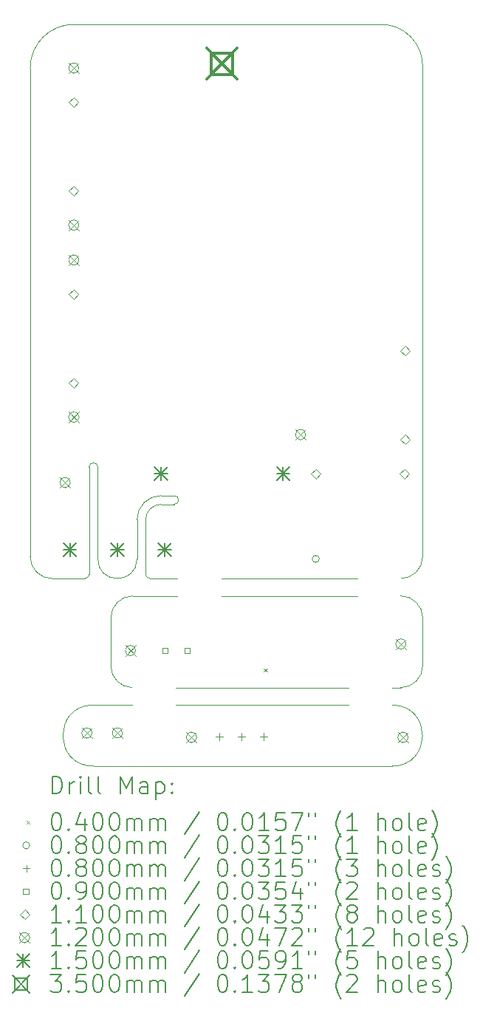
<source format=gbr>
%FSLAX45Y45*%
G04 Gerber Fmt 4.5, Leading zero omitted, Abs format (unit mm)*
G04 Created by KiCad (PCBNEW (6.0.2)) date 2022-08-02 15:31:20*
%MOMM*%
%LPD*%
G01*
G04 APERTURE LIST*
%TA.AperFunction,Profile*%
%ADD10C,0.100000*%
%TD*%
%ADD11C,0.200000*%
%ADD12C,0.040000*%
%ADD13C,0.080000*%
%ADD14C,0.090000*%
%ADD15C,0.110000*%
%ADD16C,0.120000*%
%ADD17C,0.150000*%
%ADD18C,0.350000*%
G04 APERTURE END LIST*
D10*
X14500000Y-10500000D02*
X14500000Y-16100000D01*
X12190000Y-16550000D02*
X13750000Y-16550000D01*
X10500000Y-10000000D02*
G75*
G03*
X10000000Y-10500000I0J-500000D01*
G01*
X10775000Y-16125000D02*
X10775000Y-15075000D01*
X10625000Y-16350000D02*
G75*
G03*
X10675000Y-16300000I0J50000D01*
G01*
X10000000Y-16100000D02*
X10000000Y-10500000D01*
X11650000Y-15500000D02*
G75*
G03*
X11650000Y-15400000I0J50000D01*
G01*
X10925000Y-17350000D02*
X10925000Y-16800000D01*
X11690000Y-16350000D02*
X11375000Y-16350000D01*
X11500000Y-15500000D02*
X11650000Y-15500000D01*
X11670000Y-17800000D02*
X13650000Y-17800000D01*
X10925000Y-17350000D02*
G75*
G03*
X11170000Y-17600000I250051J0D01*
G01*
X11690000Y-16550000D02*
X11175000Y-16550000D01*
X10725000Y-17800000D02*
G75*
G03*
X10725000Y-18500000I0J-350000D01*
G01*
X13650000Y-17600000D02*
X11670000Y-17600000D01*
X11325000Y-16300000D02*
G75*
G03*
X11375000Y-16350000I50000J0D01*
G01*
X11325000Y-16300000D02*
X11325000Y-15800000D01*
X13750000Y-16350000D02*
X12190000Y-16350000D01*
X11170000Y-17800000D02*
X10725000Y-17800000D01*
X14250000Y-16350000D02*
G75*
G03*
X14500000Y-16100000I0J250000D01*
G01*
X14500000Y-10500000D02*
G75*
G03*
X14000000Y-10000000I-476686J23314D01*
G01*
X11500000Y-15500000D02*
G75*
G03*
X11325000Y-15675000I0J-175000D01*
G01*
X11175000Y-16550000D02*
G75*
G03*
X10925000Y-16800000I0J-250000D01*
G01*
X14250000Y-17600000D02*
G75*
G03*
X14500000Y-17350000I0J250000D01*
G01*
X14500000Y-16800000D02*
G75*
G03*
X14250000Y-16550000I-250000J0D01*
G01*
X11225000Y-16125000D02*
X11225000Y-15675000D01*
X11650000Y-15400000D02*
X11500000Y-15400000D01*
X10500000Y-10000000D02*
X14000000Y-10000000D01*
X14500000Y-16800000D02*
X14500000Y-17350000D01*
X10000000Y-16100000D02*
G75*
G03*
X10250000Y-16350000I250000J0D01*
G01*
X11325000Y-15675000D02*
X11325000Y-15800000D01*
X10675000Y-15075000D02*
X10675000Y-16300000D01*
X10775000Y-15075000D02*
G75*
G03*
X10675000Y-15075000I-50000J0D01*
G01*
X10250000Y-16350000D02*
X10625000Y-16350000D01*
X10775000Y-16125000D02*
G75*
G03*
X11225000Y-16125000I225000J0D01*
G01*
X10725000Y-18500000D02*
X14148500Y-18500000D01*
X14148500Y-18500000D02*
G75*
G03*
X14150000Y-17800000I0J350002D01*
G01*
X11500000Y-15400000D02*
G75*
G03*
X11225000Y-15675000I0J-275000D01*
G01*
X14250000Y-17600000D02*
X14150000Y-17600000D01*
D11*
D12*
X12680000Y-17380000D02*
X12720000Y-17420000D01*
X12720000Y-17380000D02*
X12680000Y-17420000D01*
D13*
X13315000Y-16125000D02*
G75*
G03*
X13315000Y-16125000I-40000J0D01*
G01*
X12169500Y-18122500D02*
X12169500Y-18202500D01*
X12129500Y-18162500D02*
X12209500Y-18162500D01*
X12423500Y-18122500D02*
X12423500Y-18202500D01*
X12383500Y-18162500D02*
X12463500Y-18162500D01*
X12677500Y-18122500D02*
X12677500Y-18202500D01*
X12637500Y-18162500D02*
X12717500Y-18162500D01*
D14*
X11579320Y-17206820D02*
X11579320Y-17143180D01*
X11515680Y-17143180D01*
X11515680Y-17206820D01*
X11579320Y-17206820D01*
X11833320Y-17206820D02*
X11833320Y-17143180D01*
X11769680Y-17143180D01*
X11769680Y-17206820D01*
X11833320Y-17206820D01*
D15*
X10500000Y-10947000D02*
X10555000Y-10892000D01*
X10500000Y-10837000D01*
X10445000Y-10892000D01*
X10500000Y-10947000D01*
X10500000Y-11963000D02*
X10555000Y-11908000D01*
X10500000Y-11853000D01*
X10445000Y-11908000D01*
X10500000Y-11963000D01*
X10500000Y-13147000D02*
X10555000Y-13092000D01*
X10500000Y-13037000D01*
X10445000Y-13092000D01*
X10500000Y-13147000D01*
X10500000Y-14163000D02*
X10555000Y-14108000D01*
X10500000Y-14053000D01*
X10445000Y-14108000D01*
X10500000Y-14163000D01*
X13275000Y-15205000D02*
X13330000Y-15150000D01*
X13275000Y-15095000D01*
X13220000Y-15150000D01*
X13275000Y-15205000D01*
X14291000Y-15205000D02*
X14346000Y-15150000D01*
X14291000Y-15095000D01*
X14236000Y-15150000D01*
X14291000Y-15205000D01*
X14300000Y-13797000D02*
X14355000Y-13742000D01*
X14300000Y-13687000D01*
X14245000Y-13742000D01*
X14300000Y-13797000D01*
X14300000Y-14813000D02*
X14355000Y-14758000D01*
X14300000Y-14703000D01*
X14245000Y-14758000D01*
X14300000Y-14813000D01*
D16*
X10340000Y-15190000D02*
X10460000Y-15310000D01*
X10460000Y-15190000D02*
X10340000Y-15310000D01*
X10460000Y-15250000D02*
G75*
G03*
X10460000Y-15250000I-60000J0D01*
G01*
X10440000Y-10440000D02*
X10560000Y-10560000D01*
X10560000Y-10440000D02*
X10440000Y-10560000D01*
X10560000Y-10500000D02*
G75*
G03*
X10560000Y-10500000I-60000J0D01*
G01*
X10440000Y-12240000D02*
X10560000Y-12360000D01*
X10560000Y-12240000D02*
X10440000Y-12360000D01*
X10560000Y-12300000D02*
G75*
G03*
X10560000Y-12300000I-60000J0D01*
G01*
X10440000Y-12640000D02*
X10560000Y-12760000D01*
X10560000Y-12640000D02*
X10440000Y-12760000D01*
X10560000Y-12700000D02*
G75*
G03*
X10560000Y-12700000I-60000J0D01*
G01*
X10440000Y-14440000D02*
X10560000Y-14560000D01*
X10560000Y-14440000D02*
X10440000Y-14560000D01*
X10560000Y-14500000D02*
G75*
G03*
X10560000Y-14500000I-60000J0D01*
G01*
X10590000Y-18060000D02*
X10710000Y-18180000D01*
X10710000Y-18060000D02*
X10590000Y-18180000D01*
X10710000Y-18120000D02*
G75*
G03*
X10710000Y-18120000I-60000J0D01*
G01*
X10940000Y-18060000D02*
X11060000Y-18180000D01*
X11060000Y-18060000D02*
X10940000Y-18180000D01*
X11060000Y-18120000D02*
G75*
G03*
X11060000Y-18120000I-60000J0D01*
G01*
X11090000Y-17115000D02*
X11210000Y-17235000D01*
X11210000Y-17115000D02*
X11090000Y-17235000D01*
X11210000Y-17175000D02*
G75*
G03*
X11210000Y-17175000I-60000J0D01*
G01*
X11790000Y-18110000D02*
X11910000Y-18230000D01*
X11910000Y-18110000D02*
X11790000Y-18230000D01*
X11910000Y-18170000D02*
G75*
G03*
X11910000Y-18170000I-60000J0D01*
G01*
X13040000Y-14640000D02*
X13160000Y-14760000D01*
X13160000Y-14640000D02*
X13040000Y-14760000D01*
X13160000Y-14700000D02*
G75*
G03*
X13160000Y-14700000I-60000J0D01*
G01*
X14190000Y-17040000D02*
X14310000Y-17160000D01*
X14310000Y-17040000D02*
X14190000Y-17160000D01*
X14310000Y-17100000D02*
G75*
G03*
X14310000Y-17100000I-60000J0D01*
G01*
X14213500Y-18110000D02*
X14333500Y-18230000D01*
X14333500Y-18110000D02*
X14213500Y-18230000D01*
X14333500Y-18170000D02*
G75*
G03*
X14333500Y-18170000I-60000J0D01*
G01*
D17*
X10380000Y-15943000D02*
X10530000Y-16093000D01*
X10530000Y-15943000D02*
X10380000Y-16093000D01*
X10455000Y-15943000D02*
X10455000Y-16093000D01*
X10380000Y-16018000D02*
X10530000Y-16018000D01*
X10925000Y-15943000D02*
X11075000Y-16093000D01*
X11075000Y-15943000D02*
X10925000Y-16093000D01*
X11000000Y-15943000D02*
X11000000Y-16093000D01*
X10925000Y-16018000D02*
X11075000Y-16018000D01*
X11425000Y-15075000D02*
X11575000Y-15225000D01*
X11575000Y-15075000D02*
X11425000Y-15225000D01*
X11500000Y-15075000D02*
X11500000Y-15225000D01*
X11425000Y-15150000D02*
X11575000Y-15150000D01*
X11470000Y-15943000D02*
X11620000Y-16093000D01*
X11620000Y-15943000D02*
X11470000Y-16093000D01*
X11545000Y-15943000D02*
X11545000Y-16093000D01*
X11470000Y-16018000D02*
X11620000Y-16018000D01*
X12825000Y-15075000D02*
X12975000Y-15225000D01*
X12975000Y-15075000D02*
X12825000Y-15225000D01*
X12900000Y-15075000D02*
X12900000Y-15225000D01*
X12825000Y-15150000D02*
X12975000Y-15150000D01*
D18*
X12025000Y-10275000D02*
X12375000Y-10625000D01*
X12375000Y-10275000D02*
X12025000Y-10625000D01*
X12323745Y-10573745D02*
X12323745Y-10326255D01*
X12076255Y-10326255D01*
X12076255Y-10573745D01*
X12323745Y-10573745D01*
X12025000Y-10275000D02*
X12375000Y-10625000D01*
X12375000Y-10275000D02*
X12025000Y-10625000D01*
X12323745Y-10573745D02*
X12323745Y-10326255D01*
X12076255Y-10326255D01*
X12076255Y-10573745D01*
X12323745Y-10573745D01*
D11*
X10252619Y-18815476D02*
X10252619Y-18615476D01*
X10300238Y-18615476D01*
X10328810Y-18625000D01*
X10347857Y-18644048D01*
X10357381Y-18663095D01*
X10366905Y-18701190D01*
X10366905Y-18729762D01*
X10357381Y-18767857D01*
X10347857Y-18786905D01*
X10328810Y-18805952D01*
X10300238Y-18815476D01*
X10252619Y-18815476D01*
X10452619Y-18815476D02*
X10452619Y-18682143D01*
X10452619Y-18720238D02*
X10462143Y-18701190D01*
X10471667Y-18691667D01*
X10490714Y-18682143D01*
X10509762Y-18682143D01*
X10576429Y-18815476D02*
X10576429Y-18682143D01*
X10576429Y-18615476D02*
X10566905Y-18625000D01*
X10576429Y-18634524D01*
X10585952Y-18625000D01*
X10576429Y-18615476D01*
X10576429Y-18634524D01*
X10700238Y-18815476D02*
X10681190Y-18805952D01*
X10671667Y-18786905D01*
X10671667Y-18615476D01*
X10805000Y-18815476D02*
X10785952Y-18805952D01*
X10776429Y-18786905D01*
X10776429Y-18615476D01*
X11033571Y-18815476D02*
X11033571Y-18615476D01*
X11100238Y-18758333D01*
X11166905Y-18615476D01*
X11166905Y-18815476D01*
X11347857Y-18815476D02*
X11347857Y-18710714D01*
X11338333Y-18691667D01*
X11319286Y-18682143D01*
X11281190Y-18682143D01*
X11262143Y-18691667D01*
X11347857Y-18805952D02*
X11328809Y-18815476D01*
X11281190Y-18815476D01*
X11262143Y-18805952D01*
X11252619Y-18786905D01*
X11252619Y-18767857D01*
X11262143Y-18748810D01*
X11281190Y-18739286D01*
X11328809Y-18739286D01*
X11347857Y-18729762D01*
X11443095Y-18682143D02*
X11443095Y-18882143D01*
X11443095Y-18691667D02*
X11462143Y-18682143D01*
X11500238Y-18682143D01*
X11519286Y-18691667D01*
X11528809Y-18701190D01*
X11538333Y-18720238D01*
X11538333Y-18777381D01*
X11528809Y-18796429D01*
X11519286Y-18805952D01*
X11500238Y-18815476D01*
X11462143Y-18815476D01*
X11443095Y-18805952D01*
X11624048Y-18796429D02*
X11633571Y-18805952D01*
X11624048Y-18815476D01*
X11614524Y-18805952D01*
X11624048Y-18796429D01*
X11624048Y-18815476D01*
X11624048Y-18691667D02*
X11633571Y-18701190D01*
X11624048Y-18710714D01*
X11614524Y-18701190D01*
X11624048Y-18691667D01*
X11624048Y-18710714D01*
D12*
X9955000Y-19125000D02*
X9995000Y-19165000D01*
X9995000Y-19125000D02*
X9955000Y-19165000D01*
D11*
X10290714Y-19035476D02*
X10309762Y-19035476D01*
X10328810Y-19045000D01*
X10338333Y-19054524D01*
X10347857Y-19073571D01*
X10357381Y-19111667D01*
X10357381Y-19159286D01*
X10347857Y-19197381D01*
X10338333Y-19216429D01*
X10328810Y-19225952D01*
X10309762Y-19235476D01*
X10290714Y-19235476D01*
X10271667Y-19225952D01*
X10262143Y-19216429D01*
X10252619Y-19197381D01*
X10243095Y-19159286D01*
X10243095Y-19111667D01*
X10252619Y-19073571D01*
X10262143Y-19054524D01*
X10271667Y-19045000D01*
X10290714Y-19035476D01*
X10443095Y-19216429D02*
X10452619Y-19225952D01*
X10443095Y-19235476D01*
X10433571Y-19225952D01*
X10443095Y-19216429D01*
X10443095Y-19235476D01*
X10624048Y-19102143D02*
X10624048Y-19235476D01*
X10576429Y-19025952D02*
X10528810Y-19168810D01*
X10652619Y-19168810D01*
X10766905Y-19035476D02*
X10785952Y-19035476D01*
X10805000Y-19045000D01*
X10814524Y-19054524D01*
X10824048Y-19073571D01*
X10833571Y-19111667D01*
X10833571Y-19159286D01*
X10824048Y-19197381D01*
X10814524Y-19216429D01*
X10805000Y-19225952D01*
X10785952Y-19235476D01*
X10766905Y-19235476D01*
X10747857Y-19225952D01*
X10738333Y-19216429D01*
X10728810Y-19197381D01*
X10719286Y-19159286D01*
X10719286Y-19111667D01*
X10728810Y-19073571D01*
X10738333Y-19054524D01*
X10747857Y-19045000D01*
X10766905Y-19035476D01*
X10957381Y-19035476D02*
X10976429Y-19035476D01*
X10995476Y-19045000D01*
X11005000Y-19054524D01*
X11014524Y-19073571D01*
X11024048Y-19111667D01*
X11024048Y-19159286D01*
X11014524Y-19197381D01*
X11005000Y-19216429D01*
X10995476Y-19225952D01*
X10976429Y-19235476D01*
X10957381Y-19235476D01*
X10938333Y-19225952D01*
X10928810Y-19216429D01*
X10919286Y-19197381D01*
X10909762Y-19159286D01*
X10909762Y-19111667D01*
X10919286Y-19073571D01*
X10928810Y-19054524D01*
X10938333Y-19045000D01*
X10957381Y-19035476D01*
X11109762Y-19235476D02*
X11109762Y-19102143D01*
X11109762Y-19121190D02*
X11119286Y-19111667D01*
X11138333Y-19102143D01*
X11166905Y-19102143D01*
X11185952Y-19111667D01*
X11195476Y-19130714D01*
X11195476Y-19235476D01*
X11195476Y-19130714D02*
X11205000Y-19111667D01*
X11224048Y-19102143D01*
X11252619Y-19102143D01*
X11271667Y-19111667D01*
X11281190Y-19130714D01*
X11281190Y-19235476D01*
X11376428Y-19235476D02*
X11376428Y-19102143D01*
X11376428Y-19121190D02*
X11385952Y-19111667D01*
X11405000Y-19102143D01*
X11433571Y-19102143D01*
X11452619Y-19111667D01*
X11462143Y-19130714D01*
X11462143Y-19235476D01*
X11462143Y-19130714D02*
X11471667Y-19111667D01*
X11490714Y-19102143D01*
X11519286Y-19102143D01*
X11538333Y-19111667D01*
X11547857Y-19130714D01*
X11547857Y-19235476D01*
X11938333Y-19025952D02*
X11766905Y-19283095D01*
X12195476Y-19035476D02*
X12214524Y-19035476D01*
X12233571Y-19045000D01*
X12243095Y-19054524D01*
X12252619Y-19073571D01*
X12262143Y-19111667D01*
X12262143Y-19159286D01*
X12252619Y-19197381D01*
X12243095Y-19216429D01*
X12233571Y-19225952D01*
X12214524Y-19235476D01*
X12195476Y-19235476D01*
X12176428Y-19225952D01*
X12166905Y-19216429D01*
X12157381Y-19197381D01*
X12147857Y-19159286D01*
X12147857Y-19111667D01*
X12157381Y-19073571D01*
X12166905Y-19054524D01*
X12176428Y-19045000D01*
X12195476Y-19035476D01*
X12347857Y-19216429D02*
X12357381Y-19225952D01*
X12347857Y-19235476D01*
X12338333Y-19225952D01*
X12347857Y-19216429D01*
X12347857Y-19235476D01*
X12481190Y-19035476D02*
X12500238Y-19035476D01*
X12519286Y-19045000D01*
X12528809Y-19054524D01*
X12538333Y-19073571D01*
X12547857Y-19111667D01*
X12547857Y-19159286D01*
X12538333Y-19197381D01*
X12528809Y-19216429D01*
X12519286Y-19225952D01*
X12500238Y-19235476D01*
X12481190Y-19235476D01*
X12462143Y-19225952D01*
X12452619Y-19216429D01*
X12443095Y-19197381D01*
X12433571Y-19159286D01*
X12433571Y-19111667D01*
X12443095Y-19073571D01*
X12452619Y-19054524D01*
X12462143Y-19045000D01*
X12481190Y-19035476D01*
X12738333Y-19235476D02*
X12624048Y-19235476D01*
X12681190Y-19235476D02*
X12681190Y-19035476D01*
X12662143Y-19064048D01*
X12643095Y-19083095D01*
X12624048Y-19092619D01*
X12919286Y-19035476D02*
X12824048Y-19035476D01*
X12814524Y-19130714D01*
X12824048Y-19121190D01*
X12843095Y-19111667D01*
X12890714Y-19111667D01*
X12909762Y-19121190D01*
X12919286Y-19130714D01*
X12928809Y-19149762D01*
X12928809Y-19197381D01*
X12919286Y-19216429D01*
X12909762Y-19225952D01*
X12890714Y-19235476D01*
X12843095Y-19235476D01*
X12824048Y-19225952D01*
X12814524Y-19216429D01*
X12995476Y-19035476D02*
X13128809Y-19035476D01*
X13043095Y-19235476D01*
X13195476Y-19035476D02*
X13195476Y-19073571D01*
X13271667Y-19035476D02*
X13271667Y-19073571D01*
X13566905Y-19311667D02*
X13557381Y-19302143D01*
X13538333Y-19273571D01*
X13528809Y-19254524D01*
X13519286Y-19225952D01*
X13509762Y-19178333D01*
X13509762Y-19140238D01*
X13519286Y-19092619D01*
X13528809Y-19064048D01*
X13538333Y-19045000D01*
X13557381Y-19016429D01*
X13566905Y-19006905D01*
X13747857Y-19235476D02*
X13633571Y-19235476D01*
X13690714Y-19235476D02*
X13690714Y-19035476D01*
X13671667Y-19064048D01*
X13652619Y-19083095D01*
X13633571Y-19092619D01*
X13985952Y-19235476D02*
X13985952Y-19035476D01*
X14071667Y-19235476D02*
X14071667Y-19130714D01*
X14062143Y-19111667D01*
X14043095Y-19102143D01*
X14014524Y-19102143D01*
X13995476Y-19111667D01*
X13985952Y-19121190D01*
X14195476Y-19235476D02*
X14176428Y-19225952D01*
X14166905Y-19216429D01*
X14157381Y-19197381D01*
X14157381Y-19140238D01*
X14166905Y-19121190D01*
X14176428Y-19111667D01*
X14195476Y-19102143D01*
X14224048Y-19102143D01*
X14243095Y-19111667D01*
X14252619Y-19121190D01*
X14262143Y-19140238D01*
X14262143Y-19197381D01*
X14252619Y-19216429D01*
X14243095Y-19225952D01*
X14224048Y-19235476D01*
X14195476Y-19235476D01*
X14376428Y-19235476D02*
X14357381Y-19225952D01*
X14347857Y-19206905D01*
X14347857Y-19035476D01*
X14528809Y-19225952D02*
X14509762Y-19235476D01*
X14471667Y-19235476D01*
X14452619Y-19225952D01*
X14443095Y-19206905D01*
X14443095Y-19130714D01*
X14452619Y-19111667D01*
X14471667Y-19102143D01*
X14509762Y-19102143D01*
X14528809Y-19111667D01*
X14538333Y-19130714D01*
X14538333Y-19149762D01*
X14443095Y-19168810D01*
X14605000Y-19311667D02*
X14614524Y-19302143D01*
X14633571Y-19273571D01*
X14643095Y-19254524D01*
X14652619Y-19225952D01*
X14662143Y-19178333D01*
X14662143Y-19140238D01*
X14652619Y-19092619D01*
X14643095Y-19064048D01*
X14633571Y-19045000D01*
X14614524Y-19016429D01*
X14605000Y-19006905D01*
D13*
X9995000Y-19409000D02*
G75*
G03*
X9995000Y-19409000I-40000J0D01*
G01*
D11*
X10290714Y-19299476D02*
X10309762Y-19299476D01*
X10328810Y-19309000D01*
X10338333Y-19318524D01*
X10347857Y-19337571D01*
X10357381Y-19375667D01*
X10357381Y-19423286D01*
X10347857Y-19461381D01*
X10338333Y-19480429D01*
X10328810Y-19489952D01*
X10309762Y-19499476D01*
X10290714Y-19499476D01*
X10271667Y-19489952D01*
X10262143Y-19480429D01*
X10252619Y-19461381D01*
X10243095Y-19423286D01*
X10243095Y-19375667D01*
X10252619Y-19337571D01*
X10262143Y-19318524D01*
X10271667Y-19309000D01*
X10290714Y-19299476D01*
X10443095Y-19480429D02*
X10452619Y-19489952D01*
X10443095Y-19499476D01*
X10433571Y-19489952D01*
X10443095Y-19480429D01*
X10443095Y-19499476D01*
X10566905Y-19385190D02*
X10547857Y-19375667D01*
X10538333Y-19366143D01*
X10528810Y-19347095D01*
X10528810Y-19337571D01*
X10538333Y-19318524D01*
X10547857Y-19309000D01*
X10566905Y-19299476D01*
X10605000Y-19299476D01*
X10624048Y-19309000D01*
X10633571Y-19318524D01*
X10643095Y-19337571D01*
X10643095Y-19347095D01*
X10633571Y-19366143D01*
X10624048Y-19375667D01*
X10605000Y-19385190D01*
X10566905Y-19385190D01*
X10547857Y-19394714D01*
X10538333Y-19404238D01*
X10528810Y-19423286D01*
X10528810Y-19461381D01*
X10538333Y-19480429D01*
X10547857Y-19489952D01*
X10566905Y-19499476D01*
X10605000Y-19499476D01*
X10624048Y-19489952D01*
X10633571Y-19480429D01*
X10643095Y-19461381D01*
X10643095Y-19423286D01*
X10633571Y-19404238D01*
X10624048Y-19394714D01*
X10605000Y-19385190D01*
X10766905Y-19299476D02*
X10785952Y-19299476D01*
X10805000Y-19309000D01*
X10814524Y-19318524D01*
X10824048Y-19337571D01*
X10833571Y-19375667D01*
X10833571Y-19423286D01*
X10824048Y-19461381D01*
X10814524Y-19480429D01*
X10805000Y-19489952D01*
X10785952Y-19499476D01*
X10766905Y-19499476D01*
X10747857Y-19489952D01*
X10738333Y-19480429D01*
X10728810Y-19461381D01*
X10719286Y-19423286D01*
X10719286Y-19375667D01*
X10728810Y-19337571D01*
X10738333Y-19318524D01*
X10747857Y-19309000D01*
X10766905Y-19299476D01*
X10957381Y-19299476D02*
X10976429Y-19299476D01*
X10995476Y-19309000D01*
X11005000Y-19318524D01*
X11014524Y-19337571D01*
X11024048Y-19375667D01*
X11024048Y-19423286D01*
X11014524Y-19461381D01*
X11005000Y-19480429D01*
X10995476Y-19489952D01*
X10976429Y-19499476D01*
X10957381Y-19499476D01*
X10938333Y-19489952D01*
X10928810Y-19480429D01*
X10919286Y-19461381D01*
X10909762Y-19423286D01*
X10909762Y-19375667D01*
X10919286Y-19337571D01*
X10928810Y-19318524D01*
X10938333Y-19309000D01*
X10957381Y-19299476D01*
X11109762Y-19499476D02*
X11109762Y-19366143D01*
X11109762Y-19385190D02*
X11119286Y-19375667D01*
X11138333Y-19366143D01*
X11166905Y-19366143D01*
X11185952Y-19375667D01*
X11195476Y-19394714D01*
X11195476Y-19499476D01*
X11195476Y-19394714D02*
X11205000Y-19375667D01*
X11224048Y-19366143D01*
X11252619Y-19366143D01*
X11271667Y-19375667D01*
X11281190Y-19394714D01*
X11281190Y-19499476D01*
X11376428Y-19499476D02*
X11376428Y-19366143D01*
X11376428Y-19385190D02*
X11385952Y-19375667D01*
X11405000Y-19366143D01*
X11433571Y-19366143D01*
X11452619Y-19375667D01*
X11462143Y-19394714D01*
X11462143Y-19499476D01*
X11462143Y-19394714D02*
X11471667Y-19375667D01*
X11490714Y-19366143D01*
X11519286Y-19366143D01*
X11538333Y-19375667D01*
X11547857Y-19394714D01*
X11547857Y-19499476D01*
X11938333Y-19289952D02*
X11766905Y-19547095D01*
X12195476Y-19299476D02*
X12214524Y-19299476D01*
X12233571Y-19309000D01*
X12243095Y-19318524D01*
X12252619Y-19337571D01*
X12262143Y-19375667D01*
X12262143Y-19423286D01*
X12252619Y-19461381D01*
X12243095Y-19480429D01*
X12233571Y-19489952D01*
X12214524Y-19499476D01*
X12195476Y-19499476D01*
X12176428Y-19489952D01*
X12166905Y-19480429D01*
X12157381Y-19461381D01*
X12147857Y-19423286D01*
X12147857Y-19375667D01*
X12157381Y-19337571D01*
X12166905Y-19318524D01*
X12176428Y-19309000D01*
X12195476Y-19299476D01*
X12347857Y-19480429D02*
X12357381Y-19489952D01*
X12347857Y-19499476D01*
X12338333Y-19489952D01*
X12347857Y-19480429D01*
X12347857Y-19499476D01*
X12481190Y-19299476D02*
X12500238Y-19299476D01*
X12519286Y-19309000D01*
X12528809Y-19318524D01*
X12538333Y-19337571D01*
X12547857Y-19375667D01*
X12547857Y-19423286D01*
X12538333Y-19461381D01*
X12528809Y-19480429D01*
X12519286Y-19489952D01*
X12500238Y-19499476D01*
X12481190Y-19499476D01*
X12462143Y-19489952D01*
X12452619Y-19480429D01*
X12443095Y-19461381D01*
X12433571Y-19423286D01*
X12433571Y-19375667D01*
X12443095Y-19337571D01*
X12452619Y-19318524D01*
X12462143Y-19309000D01*
X12481190Y-19299476D01*
X12614524Y-19299476D02*
X12738333Y-19299476D01*
X12671667Y-19375667D01*
X12700238Y-19375667D01*
X12719286Y-19385190D01*
X12728809Y-19394714D01*
X12738333Y-19413762D01*
X12738333Y-19461381D01*
X12728809Y-19480429D01*
X12719286Y-19489952D01*
X12700238Y-19499476D01*
X12643095Y-19499476D01*
X12624048Y-19489952D01*
X12614524Y-19480429D01*
X12928809Y-19499476D02*
X12814524Y-19499476D01*
X12871667Y-19499476D02*
X12871667Y-19299476D01*
X12852619Y-19328048D01*
X12833571Y-19347095D01*
X12814524Y-19356619D01*
X13109762Y-19299476D02*
X13014524Y-19299476D01*
X13005000Y-19394714D01*
X13014524Y-19385190D01*
X13033571Y-19375667D01*
X13081190Y-19375667D01*
X13100238Y-19385190D01*
X13109762Y-19394714D01*
X13119286Y-19413762D01*
X13119286Y-19461381D01*
X13109762Y-19480429D01*
X13100238Y-19489952D01*
X13081190Y-19499476D01*
X13033571Y-19499476D01*
X13014524Y-19489952D01*
X13005000Y-19480429D01*
X13195476Y-19299476D02*
X13195476Y-19337571D01*
X13271667Y-19299476D02*
X13271667Y-19337571D01*
X13566905Y-19575667D02*
X13557381Y-19566143D01*
X13538333Y-19537571D01*
X13528809Y-19518524D01*
X13519286Y-19489952D01*
X13509762Y-19442333D01*
X13509762Y-19404238D01*
X13519286Y-19356619D01*
X13528809Y-19328048D01*
X13538333Y-19309000D01*
X13557381Y-19280429D01*
X13566905Y-19270905D01*
X13747857Y-19499476D02*
X13633571Y-19499476D01*
X13690714Y-19499476D02*
X13690714Y-19299476D01*
X13671667Y-19328048D01*
X13652619Y-19347095D01*
X13633571Y-19356619D01*
X13985952Y-19499476D02*
X13985952Y-19299476D01*
X14071667Y-19499476D02*
X14071667Y-19394714D01*
X14062143Y-19375667D01*
X14043095Y-19366143D01*
X14014524Y-19366143D01*
X13995476Y-19375667D01*
X13985952Y-19385190D01*
X14195476Y-19499476D02*
X14176428Y-19489952D01*
X14166905Y-19480429D01*
X14157381Y-19461381D01*
X14157381Y-19404238D01*
X14166905Y-19385190D01*
X14176428Y-19375667D01*
X14195476Y-19366143D01*
X14224048Y-19366143D01*
X14243095Y-19375667D01*
X14252619Y-19385190D01*
X14262143Y-19404238D01*
X14262143Y-19461381D01*
X14252619Y-19480429D01*
X14243095Y-19489952D01*
X14224048Y-19499476D01*
X14195476Y-19499476D01*
X14376428Y-19499476D02*
X14357381Y-19489952D01*
X14347857Y-19470905D01*
X14347857Y-19299476D01*
X14528809Y-19489952D02*
X14509762Y-19499476D01*
X14471667Y-19499476D01*
X14452619Y-19489952D01*
X14443095Y-19470905D01*
X14443095Y-19394714D01*
X14452619Y-19375667D01*
X14471667Y-19366143D01*
X14509762Y-19366143D01*
X14528809Y-19375667D01*
X14538333Y-19394714D01*
X14538333Y-19413762D01*
X14443095Y-19432810D01*
X14605000Y-19575667D02*
X14614524Y-19566143D01*
X14633571Y-19537571D01*
X14643095Y-19518524D01*
X14652619Y-19489952D01*
X14662143Y-19442333D01*
X14662143Y-19404238D01*
X14652619Y-19356619D01*
X14643095Y-19328048D01*
X14633571Y-19309000D01*
X14614524Y-19280429D01*
X14605000Y-19270905D01*
D13*
X9955000Y-19633000D02*
X9955000Y-19713000D01*
X9915000Y-19673000D02*
X9995000Y-19673000D01*
D11*
X10290714Y-19563476D02*
X10309762Y-19563476D01*
X10328810Y-19573000D01*
X10338333Y-19582524D01*
X10347857Y-19601571D01*
X10357381Y-19639667D01*
X10357381Y-19687286D01*
X10347857Y-19725381D01*
X10338333Y-19744429D01*
X10328810Y-19753952D01*
X10309762Y-19763476D01*
X10290714Y-19763476D01*
X10271667Y-19753952D01*
X10262143Y-19744429D01*
X10252619Y-19725381D01*
X10243095Y-19687286D01*
X10243095Y-19639667D01*
X10252619Y-19601571D01*
X10262143Y-19582524D01*
X10271667Y-19573000D01*
X10290714Y-19563476D01*
X10443095Y-19744429D02*
X10452619Y-19753952D01*
X10443095Y-19763476D01*
X10433571Y-19753952D01*
X10443095Y-19744429D01*
X10443095Y-19763476D01*
X10566905Y-19649190D02*
X10547857Y-19639667D01*
X10538333Y-19630143D01*
X10528810Y-19611095D01*
X10528810Y-19601571D01*
X10538333Y-19582524D01*
X10547857Y-19573000D01*
X10566905Y-19563476D01*
X10605000Y-19563476D01*
X10624048Y-19573000D01*
X10633571Y-19582524D01*
X10643095Y-19601571D01*
X10643095Y-19611095D01*
X10633571Y-19630143D01*
X10624048Y-19639667D01*
X10605000Y-19649190D01*
X10566905Y-19649190D01*
X10547857Y-19658714D01*
X10538333Y-19668238D01*
X10528810Y-19687286D01*
X10528810Y-19725381D01*
X10538333Y-19744429D01*
X10547857Y-19753952D01*
X10566905Y-19763476D01*
X10605000Y-19763476D01*
X10624048Y-19753952D01*
X10633571Y-19744429D01*
X10643095Y-19725381D01*
X10643095Y-19687286D01*
X10633571Y-19668238D01*
X10624048Y-19658714D01*
X10605000Y-19649190D01*
X10766905Y-19563476D02*
X10785952Y-19563476D01*
X10805000Y-19573000D01*
X10814524Y-19582524D01*
X10824048Y-19601571D01*
X10833571Y-19639667D01*
X10833571Y-19687286D01*
X10824048Y-19725381D01*
X10814524Y-19744429D01*
X10805000Y-19753952D01*
X10785952Y-19763476D01*
X10766905Y-19763476D01*
X10747857Y-19753952D01*
X10738333Y-19744429D01*
X10728810Y-19725381D01*
X10719286Y-19687286D01*
X10719286Y-19639667D01*
X10728810Y-19601571D01*
X10738333Y-19582524D01*
X10747857Y-19573000D01*
X10766905Y-19563476D01*
X10957381Y-19563476D02*
X10976429Y-19563476D01*
X10995476Y-19573000D01*
X11005000Y-19582524D01*
X11014524Y-19601571D01*
X11024048Y-19639667D01*
X11024048Y-19687286D01*
X11014524Y-19725381D01*
X11005000Y-19744429D01*
X10995476Y-19753952D01*
X10976429Y-19763476D01*
X10957381Y-19763476D01*
X10938333Y-19753952D01*
X10928810Y-19744429D01*
X10919286Y-19725381D01*
X10909762Y-19687286D01*
X10909762Y-19639667D01*
X10919286Y-19601571D01*
X10928810Y-19582524D01*
X10938333Y-19573000D01*
X10957381Y-19563476D01*
X11109762Y-19763476D02*
X11109762Y-19630143D01*
X11109762Y-19649190D02*
X11119286Y-19639667D01*
X11138333Y-19630143D01*
X11166905Y-19630143D01*
X11185952Y-19639667D01*
X11195476Y-19658714D01*
X11195476Y-19763476D01*
X11195476Y-19658714D02*
X11205000Y-19639667D01*
X11224048Y-19630143D01*
X11252619Y-19630143D01*
X11271667Y-19639667D01*
X11281190Y-19658714D01*
X11281190Y-19763476D01*
X11376428Y-19763476D02*
X11376428Y-19630143D01*
X11376428Y-19649190D02*
X11385952Y-19639667D01*
X11405000Y-19630143D01*
X11433571Y-19630143D01*
X11452619Y-19639667D01*
X11462143Y-19658714D01*
X11462143Y-19763476D01*
X11462143Y-19658714D02*
X11471667Y-19639667D01*
X11490714Y-19630143D01*
X11519286Y-19630143D01*
X11538333Y-19639667D01*
X11547857Y-19658714D01*
X11547857Y-19763476D01*
X11938333Y-19553952D02*
X11766905Y-19811095D01*
X12195476Y-19563476D02*
X12214524Y-19563476D01*
X12233571Y-19573000D01*
X12243095Y-19582524D01*
X12252619Y-19601571D01*
X12262143Y-19639667D01*
X12262143Y-19687286D01*
X12252619Y-19725381D01*
X12243095Y-19744429D01*
X12233571Y-19753952D01*
X12214524Y-19763476D01*
X12195476Y-19763476D01*
X12176428Y-19753952D01*
X12166905Y-19744429D01*
X12157381Y-19725381D01*
X12147857Y-19687286D01*
X12147857Y-19639667D01*
X12157381Y-19601571D01*
X12166905Y-19582524D01*
X12176428Y-19573000D01*
X12195476Y-19563476D01*
X12347857Y-19744429D02*
X12357381Y-19753952D01*
X12347857Y-19763476D01*
X12338333Y-19753952D01*
X12347857Y-19744429D01*
X12347857Y-19763476D01*
X12481190Y-19563476D02*
X12500238Y-19563476D01*
X12519286Y-19573000D01*
X12528809Y-19582524D01*
X12538333Y-19601571D01*
X12547857Y-19639667D01*
X12547857Y-19687286D01*
X12538333Y-19725381D01*
X12528809Y-19744429D01*
X12519286Y-19753952D01*
X12500238Y-19763476D01*
X12481190Y-19763476D01*
X12462143Y-19753952D01*
X12452619Y-19744429D01*
X12443095Y-19725381D01*
X12433571Y-19687286D01*
X12433571Y-19639667D01*
X12443095Y-19601571D01*
X12452619Y-19582524D01*
X12462143Y-19573000D01*
X12481190Y-19563476D01*
X12614524Y-19563476D02*
X12738333Y-19563476D01*
X12671667Y-19639667D01*
X12700238Y-19639667D01*
X12719286Y-19649190D01*
X12728809Y-19658714D01*
X12738333Y-19677762D01*
X12738333Y-19725381D01*
X12728809Y-19744429D01*
X12719286Y-19753952D01*
X12700238Y-19763476D01*
X12643095Y-19763476D01*
X12624048Y-19753952D01*
X12614524Y-19744429D01*
X12928809Y-19763476D02*
X12814524Y-19763476D01*
X12871667Y-19763476D02*
X12871667Y-19563476D01*
X12852619Y-19592048D01*
X12833571Y-19611095D01*
X12814524Y-19620619D01*
X13109762Y-19563476D02*
X13014524Y-19563476D01*
X13005000Y-19658714D01*
X13014524Y-19649190D01*
X13033571Y-19639667D01*
X13081190Y-19639667D01*
X13100238Y-19649190D01*
X13109762Y-19658714D01*
X13119286Y-19677762D01*
X13119286Y-19725381D01*
X13109762Y-19744429D01*
X13100238Y-19753952D01*
X13081190Y-19763476D01*
X13033571Y-19763476D01*
X13014524Y-19753952D01*
X13005000Y-19744429D01*
X13195476Y-19563476D02*
X13195476Y-19601571D01*
X13271667Y-19563476D02*
X13271667Y-19601571D01*
X13566905Y-19839667D02*
X13557381Y-19830143D01*
X13538333Y-19801571D01*
X13528809Y-19782524D01*
X13519286Y-19753952D01*
X13509762Y-19706333D01*
X13509762Y-19668238D01*
X13519286Y-19620619D01*
X13528809Y-19592048D01*
X13538333Y-19573000D01*
X13557381Y-19544429D01*
X13566905Y-19534905D01*
X13624048Y-19563476D02*
X13747857Y-19563476D01*
X13681190Y-19639667D01*
X13709762Y-19639667D01*
X13728809Y-19649190D01*
X13738333Y-19658714D01*
X13747857Y-19677762D01*
X13747857Y-19725381D01*
X13738333Y-19744429D01*
X13728809Y-19753952D01*
X13709762Y-19763476D01*
X13652619Y-19763476D01*
X13633571Y-19753952D01*
X13624048Y-19744429D01*
X13985952Y-19763476D02*
X13985952Y-19563476D01*
X14071667Y-19763476D02*
X14071667Y-19658714D01*
X14062143Y-19639667D01*
X14043095Y-19630143D01*
X14014524Y-19630143D01*
X13995476Y-19639667D01*
X13985952Y-19649190D01*
X14195476Y-19763476D02*
X14176428Y-19753952D01*
X14166905Y-19744429D01*
X14157381Y-19725381D01*
X14157381Y-19668238D01*
X14166905Y-19649190D01*
X14176428Y-19639667D01*
X14195476Y-19630143D01*
X14224048Y-19630143D01*
X14243095Y-19639667D01*
X14252619Y-19649190D01*
X14262143Y-19668238D01*
X14262143Y-19725381D01*
X14252619Y-19744429D01*
X14243095Y-19753952D01*
X14224048Y-19763476D01*
X14195476Y-19763476D01*
X14376428Y-19763476D02*
X14357381Y-19753952D01*
X14347857Y-19734905D01*
X14347857Y-19563476D01*
X14528809Y-19753952D02*
X14509762Y-19763476D01*
X14471667Y-19763476D01*
X14452619Y-19753952D01*
X14443095Y-19734905D01*
X14443095Y-19658714D01*
X14452619Y-19639667D01*
X14471667Y-19630143D01*
X14509762Y-19630143D01*
X14528809Y-19639667D01*
X14538333Y-19658714D01*
X14538333Y-19677762D01*
X14443095Y-19696810D01*
X14614524Y-19753952D02*
X14633571Y-19763476D01*
X14671667Y-19763476D01*
X14690714Y-19753952D01*
X14700238Y-19734905D01*
X14700238Y-19725381D01*
X14690714Y-19706333D01*
X14671667Y-19696810D01*
X14643095Y-19696810D01*
X14624048Y-19687286D01*
X14614524Y-19668238D01*
X14614524Y-19658714D01*
X14624048Y-19639667D01*
X14643095Y-19630143D01*
X14671667Y-19630143D01*
X14690714Y-19639667D01*
X14766905Y-19839667D02*
X14776428Y-19830143D01*
X14795476Y-19801571D01*
X14805000Y-19782524D01*
X14814524Y-19753952D01*
X14824048Y-19706333D01*
X14824048Y-19668238D01*
X14814524Y-19620619D01*
X14805000Y-19592048D01*
X14795476Y-19573000D01*
X14776428Y-19544429D01*
X14766905Y-19534905D01*
D14*
X9981820Y-19968820D02*
X9981820Y-19905180D01*
X9918180Y-19905180D01*
X9918180Y-19968820D01*
X9981820Y-19968820D01*
D11*
X10290714Y-19827476D02*
X10309762Y-19827476D01*
X10328810Y-19837000D01*
X10338333Y-19846524D01*
X10347857Y-19865571D01*
X10357381Y-19903667D01*
X10357381Y-19951286D01*
X10347857Y-19989381D01*
X10338333Y-20008429D01*
X10328810Y-20017952D01*
X10309762Y-20027476D01*
X10290714Y-20027476D01*
X10271667Y-20017952D01*
X10262143Y-20008429D01*
X10252619Y-19989381D01*
X10243095Y-19951286D01*
X10243095Y-19903667D01*
X10252619Y-19865571D01*
X10262143Y-19846524D01*
X10271667Y-19837000D01*
X10290714Y-19827476D01*
X10443095Y-20008429D02*
X10452619Y-20017952D01*
X10443095Y-20027476D01*
X10433571Y-20017952D01*
X10443095Y-20008429D01*
X10443095Y-20027476D01*
X10547857Y-20027476D02*
X10585952Y-20027476D01*
X10605000Y-20017952D01*
X10614524Y-20008429D01*
X10633571Y-19979857D01*
X10643095Y-19941762D01*
X10643095Y-19865571D01*
X10633571Y-19846524D01*
X10624048Y-19837000D01*
X10605000Y-19827476D01*
X10566905Y-19827476D01*
X10547857Y-19837000D01*
X10538333Y-19846524D01*
X10528810Y-19865571D01*
X10528810Y-19913190D01*
X10538333Y-19932238D01*
X10547857Y-19941762D01*
X10566905Y-19951286D01*
X10605000Y-19951286D01*
X10624048Y-19941762D01*
X10633571Y-19932238D01*
X10643095Y-19913190D01*
X10766905Y-19827476D02*
X10785952Y-19827476D01*
X10805000Y-19837000D01*
X10814524Y-19846524D01*
X10824048Y-19865571D01*
X10833571Y-19903667D01*
X10833571Y-19951286D01*
X10824048Y-19989381D01*
X10814524Y-20008429D01*
X10805000Y-20017952D01*
X10785952Y-20027476D01*
X10766905Y-20027476D01*
X10747857Y-20017952D01*
X10738333Y-20008429D01*
X10728810Y-19989381D01*
X10719286Y-19951286D01*
X10719286Y-19903667D01*
X10728810Y-19865571D01*
X10738333Y-19846524D01*
X10747857Y-19837000D01*
X10766905Y-19827476D01*
X10957381Y-19827476D02*
X10976429Y-19827476D01*
X10995476Y-19837000D01*
X11005000Y-19846524D01*
X11014524Y-19865571D01*
X11024048Y-19903667D01*
X11024048Y-19951286D01*
X11014524Y-19989381D01*
X11005000Y-20008429D01*
X10995476Y-20017952D01*
X10976429Y-20027476D01*
X10957381Y-20027476D01*
X10938333Y-20017952D01*
X10928810Y-20008429D01*
X10919286Y-19989381D01*
X10909762Y-19951286D01*
X10909762Y-19903667D01*
X10919286Y-19865571D01*
X10928810Y-19846524D01*
X10938333Y-19837000D01*
X10957381Y-19827476D01*
X11109762Y-20027476D02*
X11109762Y-19894143D01*
X11109762Y-19913190D02*
X11119286Y-19903667D01*
X11138333Y-19894143D01*
X11166905Y-19894143D01*
X11185952Y-19903667D01*
X11195476Y-19922714D01*
X11195476Y-20027476D01*
X11195476Y-19922714D02*
X11205000Y-19903667D01*
X11224048Y-19894143D01*
X11252619Y-19894143D01*
X11271667Y-19903667D01*
X11281190Y-19922714D01*
X11281190Y-20027476D01*
X11376428Y-20027476D02*
X11376428Y-19894143D01*
X11376428Y-19913190D02*
X11385952Y-19903667D01*
X11405000Y-19894143D01*
X11433571Y-19894143D01*
X11452619Y-19903667D01*
X11462143Y-19922714D01*
X11462143Y-20027476D01*
X11462143Y-19922714D02*
X11471667Y-19903667D01*
X11490714Y-19894143D01*
X11519286Y-19894143D01*
X11538333Y-19903667D01*
X11547857Y-19922714D01*
X11547857Y-20027476D01*
X11938333Y-19817952D02*
X11766905Y-20075095D01*
X12195476Y-19827476D02*
X12214524Y-19827476D01*
X12233571Y-19837000D01*
X12243095Y-19846524D01*
X12252619Y-19865571D01*
X12262143Y-19903667D01*
X12262143Y-19951286D01*
X12252619Y-19989381D01*
X12243095Y-20008429D01*
X12233571Y-20017952D01*
X12214524Y-20027476D01*
X12195476Y-20027476D01*
X12176428Y-20017952D01*
X12166905Y-20008429D01*
X12157381Y-19989381D01*
X12147857Y-19951286D01*
X12147857Y-19903667D01*
X12157381Y-19865571D01*
X12166905Y-19846524D01*
X12176428Y-19837000D01*
X12195476Y-19827476D01*
X12347857Y-20008429D02*
X12357381Y-20017952D01*
X12347857Y-20027476D01*
X12338333Y-20017952D01*
X12347857Y-20008429D01*
X12347857Y-20027476D01*
X12481190Y-19827476D02*
X12500238Y-19827476D01*
X12519286Y-19837000D01*
X12528809Y-19846524D01*
X12538333Y-19865571D01*
X12547857Y-19903667D01*
X12547857Y-19951286D01*
X12538333Y-19989381D01*
X12528809Y-20008429D01*
X12519286Y-20017952D01*
X12500238Y-20027476D01*
X12481190Y-20027476D01*
X12462143Y-20017952D01*
X12452619Y-20008429D01*
X12443095Y-19989381D01*
X12433571Y-19951286D01*
X12433571Y-19903667D01*
X12443095Y-19865571D01*
X12452619Y-19846524D01*
X12462143Y-19837000D01*
X12481190Y-19827476D01*
X12614524Y-19827476D02*
X12738333Y-19827476D01*
X12671667Y-19903667D01*
X12700238Y-19903667D01*
X12719286Y-19913190D01*
X12728809Y-19922714D01*
X12738333Y-19941762D01*
X12738333Y-19989381D01*
X12728809Y-20008429D01*
X12719286Y-20017952D01*
X12700238Y-20027476D01*
X12643095Y-20027476D01*
X12624048Y-20017952D01*
X12614524Y-20008429D01*
X12919286Y-19827476D02*
X12824048Y-19827476D01*
X12814524Y-19922714D01*
X12824048Y-19913190D01*
X12843095Y-19903667D01*
X12890714Y-19903667D01*
X12909762Y-19913190D01*
X12919286Y-19922714D01*
X12928809Y-19941762D01*
X12928809Y-19989381D01*
X12919286Y-20008429D01*
X12909762Y-20017952D01*
X12890714Y-20027476D01*
X12843095Y-20027476D01*
X12824048Y-20017952D01*
X12814524Y-20008429D01*
X13100238Y-19894143D02*
X13100238Y-20027476D01*
X13052619Y-19817952D02*
X13005000Y-19960810D01*
X13128809Y-19960810D01*
X13195476Y-19827476D02*
X13195476Y-19865571D01*
X13271667Y-19827476D02*
X13271667Y-19865571D01*
X13566905Y-20103667D02*
X13557381Y-20094143D01*
X13538333Y-20065571D01*
X13528809Y-20046524D01*
X13519286Y-20017952D01*
X13509762Y-19970333D01*
X13509762Y-19932238D01*
X13519286Y-19884619D01*
X13528809Y-19856048D01*
X13538333Y-19837000D01*
X13557381Y-19808429D01*
X13566905Y-19798905D01*
X13633571Y-19846524D02*
X13643095Y-19837000D01*
X13662143Y-19827476D01*
X13709762Y-19827476D01*
X13728809Y-19837000D01*
X13738333Y-19846524D01*
X13747857Y-19865571D01*
X13747857Y-19884619D01*
X13738333Y-19913190D01*
X13624048Y-20027476D01*
X13747857Y-20027476D01*
X13985952Y-20027476D02*
X13985952Y-19827476D01*
X14071667Y-20027476D02*
X14071667Y-19922714D01*
X14062143Y-19903667D01*
X14043095Y-19894143D01*
X14014524Y-19894143D01*
X13995476Y-19903667D01*
X13985952Y-19913190D01*
X14195476Y-20027476D02*
X14176428Y-20017952D01*
X14166905Y-20008429D01*
X14157381Y-19989381D01*
X14157381Y-19932238D01*
X14166905Y-19913190D01*
X14176428Y-19903667D01*
X14195476Y-19894143D01*
X14224048Y-19894143D01*
X14243095Y-19903667D01*
X14252619Y-19913190D01*
X14262143Y-19932238D01*
X14262143Y-19989381D01*
X14252619Y-20008429D01*
X14243095Y-20017952D01*
X14224048Y-20027476D01*
X14195476Y-20027476D01*
X14376428Y-20027476D02*
X14357381Y-20017952D01*
X14347857Y-19998905D01*
X14347857Y-19827476D01*
X14528809Y-20017952D02*
X14509762Y-20027476D01*
X14471667Y-20027476D01*
X14452619Y-20017952D01*
X14443095Y-19998905D01*
X14443095Y-19922714D01*
X14452619Y-19903667D01*
X14471667Y-19894143D01*
X14509762Y-19894143D01*
X14528809Y-19903667D01*
X14538333Y-19922714D01*
X14538333Y-19941762D01*
X14443095Y-19960810D01*
X14614524Y-20017952D02*
X14633571Y-20027476D01*
X14671667Y-20027476D01*
X14690714Y-20017952D01*
X14700238Y-19998905D01*
X14700238Y-19989381D01*
X14690714Y-19970333D01*
X14671667Y-19960810D01*
X14643095Y-19960810D01*
X14624048Y-19951286D01*
X14614524Y-19932238D01*
X14614524Y-19922714D01*
X14624048Y-19903667D01*
X14643095Y-19894143D01*
X14671667Y-19894143D01*
X14690714Y-19903667D01*
X14766905Y-20103667D02*
X14776428Y-20094143D01*
X14795476Y-20065571D01*
X14805000Y-20046524D01*
X14814524Y-20017952D01*
X14824048Y-19970333D01*
X14824048Y-19932238D01*
X14814524Y-19884619D01*
X14805000Y-19856048D01*
X14795476Y-19837000D01*
X14776428Y-19808429D01*
X14766905Y-19798905D01*
D15*
X9940000Y-20256000D02*
X9995000Y-20201000D01*
X9940000Y-20146000D01*
X9885000Y-20201000D01*
X9940000Y-20256000D01*
D11*
X10357381Y-20291476D02*
X10243095Y-20291476D01*
X10300238Y-20291476D02*
X10300238Y-20091476D01*
X10281190Y-20120048D01*
X10262143Y-20139095D01*
X10243095Y-20148619D01*
X10443095Y-20272429D02*
X10452619Y-20281952D01*
X10443095Y-20291476D01*
X10433571Y-20281952D01*
X10443095Y-20272429D01*
X10443095Y-20291476D01*
X10643095Y-20291476D02*
X10528810Y-20291476D01*
X10585952Y-20291476D02*
X10585952Y-20091476D01*
X10566905Y-20120048D01*
X10547857Y-20139095D01*
X10528810Y-20148619D01*
X10766905Y-20091476D02*
X10785952Y-20091476D01*
X10805000Y-20101000D01*
X10814524Y-20110524D01*
X10824048Y-20129571D01*
X10833571Y-20167667D01*
X10833571Y-20215286D01*
X10824048Y-20253381D01*
X10814524Y-20272429D01*
X10805000Y-20281952D01*
X10785952Y-20291476D01*
X10766905Y-20291476D01*
X10747857Y-20281952D01*
X10738333Y-20272429D01*
X10728810Y-20253381D01*
X10719286Y-20215286D01*
X10719286Y-20167667D01*
X10728810Y-20129571D01*
X10738333Y-20110524D01*
X10747857Y-20101000D01*
X10766905Y-20091476D01*
X10957381Y-20091476D02*
X10976429Y-20091476D01*
X10995476Y-20101000D01*
X11005000Y-20110524D01*
X11014524Y-20129571D01*
X11024048Y-20167667D01*
X11024048Y-20215286D01*
X11014524Y-20253381D01*
X11005000Y-20272429D01*
X10995476Y-20281952D01*
X10976429Y-20291476D01*
X10957381Y-20291476D01*
X10938333Y-20281952D01*
X10928810Y-20272429D01*
X10919286Y-20253381D01*
X10909762Y-20215286D01*
X10909762Y-20167667D01*
X10919286Y-20129571D01*
X10928810Y-20110524D01*
X10938333Y-20101000D01*
X10957381Y-20091476D01*
X11109762Y-20291476D02*
X11109762Y-20158143D01*
X11109762Y-20177190D02*
X11119286Y-20167667D01*
X11138333Y-20158143D01*
X11166905Y-20158143D01*
X11185952Y-20167667D01*
X11195476Y-20186714D01*
X11195476Y-20291476D01*
X11195476Y-20186714D02*
X11205000Y-20167667D01*
X11224048Y-20158143D01*
X11252619Y-20158143D01*
X11271667Y-20167667D01*
X11281190Y-20186714D01*
X11281190Y-20291476D01*
X11376428Y-20291476D02*
X11376428Y-20158143D01*
X11376428Y-20177190D02*
X11385952Y-20167667D01*
X11405000Y-20158143D01*
X11433571Y-20158143D01*
X11452619Y-20167667D01*
X11462143Y-20186714D01*
X11462143Y-20291476D01*
X11462143Y-20186714D02*
X11471667Y-20167667D01*
X11490714Y-20158143D01*
X11519286Y-20158143D01*
X11538333Y-20167667D01*
X11547857Y-20186714D01*
X11547857Y-20291476D01*
X11938333Y-20081952D02*
X11766905Y-20339095D01*
X12195476Y-20091476D02*
X12214524Y-20091476D01*
X12233571Y-20101000D01*
X12243095Y-20110524D01*
X12252619Y-20129571D01*
X12262143Y-20167667D01*
X12262143Y-20215286D01*
X12252619Y-20253381D01*
X12243095Y-20272429D01*
X12233571Y-20281952D01*
X12214524Y-20291476D01*
X12195476Y-20291476D01*
X12176428Y-20281952D01*
X12166905Y-20272429D01*
X12157381Y-20253381D01*
X12147857Y-20215286D01*
X12147857Y-20167667D01*
X12157381Y-20129571D01*
X12166905Y-20110524D01*
X12176428Y-20101000D01*
X12195476Y-20091476D01*
X12347857Y-20272429D02*
X12357381Y-20281952D01*
X12347857Y-20291476D01*
X12338333Y-20281952D01*
X12347857Y-20272429D01*
X12347857Y-20291476D01*
X12481190Y-20091476D02*
X12500238Y-20091476D01*
X12519286Y-20101000D01*
X12528809Y-20110524D01*
X12538333Y-20129571D01*
X12547857Y-20167667D01*
X12547857Y-20215286D01*
X12538333Y-20253381D01*
X12528809Y-20272429D01*
X12519286Y-20281952D01*
X12500238Y-20291476D01*
X12481190Y-20291476D01*
X12462143Y-20281952D01*
X12452619Y-20272429D01*
X12443095Y-20253381D01*
X12433571Y-20215286D01*
X12433571Y-20167667D01*
X12443095Y-20129571D01*
X12452619Y-20110524D01*
X12462143Y-20101000D01*
X12481190Y-20091476D01*
X12719286Y-20158143D02*
X12719286Y-20291476D01*
X12671667Y-20081952D02*
X12624048Y-20224810D01*
X12747857Y-20224810D01*
X12805000Y-20091476D02*
X12928809Y-20091476D01*
X12862143Y-20167667D01*
X12890714Y-20167667D01*
X12909762Y-20177190D01*
X12919286Y-20186714D01*
X12928809Y-20205762D01*
X12928809Y-20253381D01*
X12919286Y-20272429D01*
X12909762Y-20281952D01*
X12890714Y-20291476D01*
X12833571Y-20291476D01*
X12814524Y-20281952D01*
X12805000Y-20272429D01*
X12995476Y-20091476D02*
X13119286Y-20091476D01*
X13052619Y-20167667D01*
X13081190Y-20167667D01*
X13100238Y-20177190D01*
X13109762Y-20186714D01*
X13119286Y-20205762D01*
X13119286Y-20253381D01*
X13109762Y-20272429D01*
X13100238Y-20281952D01*
X13081190Y-20291476D01*
X13024048Y-20291476D01*
X13005000Y-20281952D01*
X12995476Y-20272429D01*
X13195476Y-20091476D02*
X13195476Y-20129571D01*
X13271667Y-20091476D02*
X13271667Y-20129571D01*
X13566905Y-20367667D02*
X13557381Y-20358143D01*
X13538333Y-20329571D01*
X13528809Y-20310524D01*
X13519286Y-20281952D01*
X13509762Y-20234333D01*
X13509762Y-20196238D01*
X13519286Y-20148619D01*
X13528809Y-20120048D01*
X13538333Y-20101000D01*
X13557381Y-20072429D01*
X13566905Y-20062905D01*
X13671667Y-20177190D02*
X13652619Y-20167667D01*
X13643095Y-20158143D01*
X13633571Y-20139095D01*
X13633571Y-20129571D01*
X13643095Y-20110524D01*
X13652619Y-20101000D01*
X13671667Y-20091476D01*
X13709762Y-20091476D01*
X13728809Y-20101000D01*
X13738333Y-20110524D01*
X13747857Y-20129571D01*
X13747857Y-20139095D01*
X13738333Y-20158143D01*
X13728809Y-20167667D01*
X13709762Y-20177190D01*
X13671667Y-20177190D01*
X13652619Y-20186714D01*
X13643095Y-20196238D01*
X13633571Y-20215286D01*
X13633571Y-20253381D01*
X13643095Y-20272429D01*
X13652619Y-20281952D01*
X13671667Y-20291476D01*
X13709762Y-20291476D01*
X13728809Y-20281952D01*
X13738333Y-20272429D01*
X13747857Y-20253381D01*
X13747857Y-20215286D01*
X13738333Y-20196238D01*
X13728809Y-20186714D01*
X13709762Y-20177190D01*
X13985952Y-20291476D02*
X13985952Y-20091476D01*
X14071667Y-20291476D02*
X14071667Y-20186714D01*
X14062143Y-20167667D01*
X14043095Y-20158143D01*
X14014524Y-20158143D01*
X13995476Y-20167667D01*
X13985952Y-20177190D01*
X14195476Y-20291476D02*
X14176428Y-20281952D01*
X14166905Y-20272429D01*
X14157381Y-20253381D01*
X14157381Y-20196238D01*
X14166905Y-20177190D01*
X14176428Y-20167667D01*
X14195476Y-20158143D01*
X14224048Y-20158143D01*
X14243095Y-20167667D01*
X14252619Y-20177190D01*
X14262143Y-20196238D01*
X14262143Y-20253381D01*
X14252619Y-20272429D01*
X14243095Y-20281952D01*
X14224048Y-20291476D01*
X14195476Y-20291476D01*
X14376428Y-20291476D02*
X14357381Y-20281952D01*
X14347857Y-20262905D01*
X14347857Y-20091476D01*
X14528809Y-20281952D02*
X14509762Y-20291476D01*
X14471667Y-20291476D01*
X14452619Y-20281952D01*
X14443095Y-20262905D01*
X14443095Y-20186714D01*
X14452619Y-20167667D01*
X14471667Y-20158143D01*
X14509762Y-20158143D01*
X14528809Y-20167667D01*
X14538333Y-20186714D01*
X14538333Y-20205762D01*
X14443095Y-20224810D01*
X14614524Y-20281952D02*
X14633571Y-20291476D01*
X14671667Y-20291476D01*
X14690714Y-20281952D01*
X14700238Y-20262905D01*
X14700238Y-20253381D01*
X14690714Y-20234333D01*
X14671667Y-20224810D01*
X14643095Y-20224810D01*
X14624048Y-20215286D01*
X14614524Y-20196238D01*
X14614524Y-20186714D01*
X14624048Y-20167667D01*
X14643095Y-20158143D01*
X14671667Y-20158143D01*
X14690714Y-20167667D01*
X14766905Y-20367667D02*
X14776428Y-20358143D01*
X14795476Y-20329571D01*
X14805000Y-20310524D01*
X14814524Y-20281952D01*
X14824048Y-20234333D01*
X14824048Y-20196238D01*
X14814524Y-20148619D01*
X14805000Y-20120048D01*
X14795476Y-20101000D01*
X14776428Y-20072429D01*
X14766905Y-20062905D01*
D16*
X9875000Y-20405000D02*
X9995000Y-20525000D01*
X9995000Y-20405000D02*
X9875000Y-20525000D01*
X9995000Y-20465000D02*
G75*
G03*
X9995000Y-20465000I-60000J0D01*
G01*
D11*
X10357381Y-20555476D02*
X10243095Y-20555476D01*
X10300238Y-20555476D02*
X10300238Y-20355476D01*
X10281190Y-20384048D01*
X10262143Y-20403095D01*
X10243095Y-20412619D01*
X10443095Y-20536429D02*
X10452619Y-20545952D01*
X10443095Y-20555476D01*
X10433571Y-20545952D01*
X10443095Y-20536429D01*
X10443095Y-20555476D01*
X10528810Y-20374524D02*
X10538333Y-20365000D01*
X10557381Y-20355476D01*
X10605000Y-20355476D01*
X10624048Y-20365000D01*
X10633571Y-20374524D01*
X10643095Y-20393571D01*
X10643095Y-20412619D01*
X10633571Y-20441190D01*
X10519286Y-20555476D01*
X10643095Y-20555476D01*
X10766905Y-20355476D02*
X10785952Y-20355476D01*
X10805000Y-20365000D01*
X10814524Y-20374524D01*
X10824048Y-20393571D01*
X10833571Y-20431667D01*
X10833571Y-20479286D01*
X10824048Y-20517381D01*
X10814524Y-20536429D01*
X10805000Y-20545952D01*
X10785952Y-20555476D01*
X10766905Y-20555476D01*
X10747857Y-20545952D01*
X10738333Y-20536429D01*
X10728810Y-20517381D01*
X10719286Y-20479286D01*
X10719286Y-20431667D01*
X10728810Y-20393571D01*
X10738333Y-20374524D01*
X10747857Y-20365000D01*
X10766905Y-20355476D01*
X10957381Y-20355476D02*
X10976429Y-20355476D01*
X10995476Y-20365000D01*
X11005000Y-20374524D01*
X11014524Y-20393571D01*
X11024048Y-20431667D01*
X11024048Y-20479286D01*
X11014524Y-20517381D01*
X11005000Y-20536429D01*
X10995476Y-20545952D01*
X10976429Y-20555476D01*
X10957381Y-20555476D01*
X10938333Y-20545952D01*
X10928810Y-20536429D01*
X10919286Y-20517381D01*
X10909762Y-20479286D01*
X10909762Y-20431667D01*
X10919286Y-20393571D01*
X10928810Y-20374524D01*
X10938333Y-20365000D01*
X10957381Y-20355476D01*
X11109762Y-20555476D02*
X11109762Y-20422143D01*
X11109762Y-20441190D02*
X11119286Y-20431667D01*
X11138333Y-20422143D01*
X11166905Y-20422143D01*
X11185952Y-20431667D01*
X11195476Y-20450714D01*
X11195476Y-20555476D01*
X11195476Y-20450714D02*
X11205000Y-20431667D01*
X11224048Y-20422143D01*
X11252619Y-20422143D01*
X11271667Y-20431667D01*
X11281190Y-20450714D01*
X11281190Y-20555476D01*
X11376428Y-20555476D02*
X11376428Y-20422143D01*
X11376428Y-20441190D02*
X11385952Y-20431667D01*
X11405000Y-20422143D01*
X11433571Y-20422143D01*
X11452619Y-20431667D01*
X11462143Y-20450714D01*
X11462143Y-20555476D01*
X11462143Y-20450714D02*
X11471667Y-20431667D01*
X11490714Y-20422143D01*
X11519286Y-20422143D01*
X11538333Y-20431667D01*
X11547857Y-20450714D01*
X11547857Y-20555476D01*
X11938333Y-20345952D02*
X11766905Y-20603095D01*
X12195476Y-20355476D02*
X12214524Y-20355476D01*
X12233571Y-20365000D01*
X12243095Y-20374524D01*
X12252619Y-20393571D01*
X12262143Y-20431667D01*
X12262143Y-20479286D01*
X12252619Y-20517381D01*
X12243095Y-20536429D01*
X12233571Y-20545952D01*
X12214524Y-20555476D01*
X12195476Y-20555476D01*
X12176428Y-20545952D01*
X12166905Y-20536429D01*
X12157381Y-20517381D01*
X12147857Y-20479286D01*
X12147857Y-20431667D01*
X12157381Y-20393571D01*
X12166905Y-20374524D01*
X12176428Y-20365000D01*
X12195476Y-20355476D01*
X12347857Y-20536429D02*
X12357381Y-20545952D01*
X12347857Y-20555476D01*
X12338333Y-20545952D01*
X12347857Y-20536429D01*
X12347857Y-20555476D01*
X12481190Y-20355476D02*
X12500238Y-20355476D01*
X12519286Y-20365000D01*
X12528809Y-20374524D01*
X12538333Y-20393571D01*
X12547857Y-20431667D01*
X12547857Y-20479286D01*
X12538333Y-20517381D01*
X12528809Y-20536429D01*
X12519286Y-20545952D01*
X12500238Y-20555476D01*
X12481190Y-20555476D01*
X12462143Y-20545952D01*
X12452619Y-20536429D01*
X12443095Y-20517381D01*
X12433571Y-20479286D01*
X12433571Y-20431667D01*
X12443095Y-20393571D01*
X12452619Y-20374524D01*
X12462143Y-20365000D01*
X12481190Y-20355476D01*
X12719286Y-20422143D02*
X12719286Y-20555476D01*
X12671667Y-20345952D02*
X12624048Y-20488810D01*
X12747857Y-20488810D01*
X12805000Y-20355476D02*
X12938333Y-20355476D01*
X12852619Y-20555476D01*
X13005000Y-20374524D02*
X13014524Y-20365000D01*
X13033571Y-20355476D01*
X13081190Y-20355476D01*
X13100238Y-20365000D01*
X13109762Y-20374524D01*
X13119286Y-20393571D01*
X13119286Y-20412619D01*
X13109762Y-20441190D01*
X12995476Y-20555476D01*
X13119286Y-20555476D01*
X13195476Y-20355476D02*
X13195476Y-20393571D01*
X13271667Y-20355476D02*
X13271667Y-20393571D01*
X13566905Y-20631667D02*
X13557381Y-20622143D01*
X13538333Y-20593571D01*
X13528809Y-20574524D01*
X13519286Y-20545952D01*
X13509762Y-20498333D01*
X13509762Y-20460238D01*
X13519286Y-20412619D01*
X13528809Y-20384048D01*
X13538333Y-20365000D01*
X13557381Y-20336429D01*
X13566905Y-20326905D01*
X13747857Y-20555476D02*
X13633571Y-20555476D01*
X13690714Y-20555476D02*
X13690714Y-20355476D01*
X13671667Y-20384048D01*
X13652619Y-20403095D01*
X13633571Y-20412619D01*
X13824048Y-20374524D02*
X13833571Y-20365000D01*
X13852619Y-20355476D01*
X13900238Y-20355476D01*
X13919286Y-20365000D01*
X13928809Y-20374524D01*
X13938333Y-20393571D01*
X13938333Y-20412619D01*
X13928809Y-20441190D01*
X13814524Y-20555476D01*
X13938333Y-20555476D01*
X14176428Y-20555476D02*
X14176428Y-20355476D01*
X14262143Y-20555476D02*
X14262143Y-20450714D01*
X14252619Y-20431667D01*
X14233571Y-20422143D01*
X14205000Y-20422143D01*
X14185952Y-20431667D01*
X14176428Y-20441190D01*
X14385952Y-20555476D02*
X14366905Y-20545952D01*
X14357381Y-20536429D01*
X14347857Y-20517381D01*
X14347857Y-20460238D01*
X14357381Y-20441190D01*
X14366905Y-20431667D01*
X14385952Y-20422143D01*
X14414524Y-20422143D01*
X14433571Y-20431667D01*
X14443095Y-20441190D01*
X14452619Y-20460238D01*
X14452619Y-20517381D01*
X14443095Y-20536429D01*
X14433571Y-20545952D01*
X14414524Y-20555476D01*
X14385952Y-20555476D01*
X14566905Y-20555476D02*
X14547857Y-20545952D01*
X14538333Y-20526905D01*
X14538333Y-20355476D01*
X14719286Y-20545952D02*
X14700238Y-20555476D01*
X14662143Y-20555476D01*
X14643095Y-20545952D01*
X14633571Y-20526905D01*
X14633571Y-20450714D01*
X14643095Y-20431667D01*
X14662143Y-20422143D01*
X14700238Y-20422143D01*
X14719286Y-20431667D01*
X14728809Y-20450714D01*
X14728809Y-20469762D01*
X14633571Y-20488810D01*
X14805000Y-20545952D02*
X14824048Y-20555476D01*
X14862143Y-20555476D01*
X14881190Y-20545952D01*
X14890714Y-20526905D01*
X14890714Y-20517381D01*
X14881190Y-20498333D01*
X14862143Y-20488810D01*
X14833571Y-20488810D01*
X14814524Y-20479286D01*
X14805000Y-20460238D01*
X14805000Y-20450714D01*
X14814524Y-20431667D01*
X14833571Y-20422143D01*
X14862143Y-20422143D01*
X14881190Y-20431667D01*
X14957381Y-20631667D02*
X14966905Y-20622143D01*
X14985952Y-20593571D01*
X14995476Y-20574524D01*
X15005000Y-20545952D01*
X15014524Y-20498333D01*
X15014524Y-20460238D01*
X15005000Y-20412619D01*
X14995476Y-20384048D01*
X14985952Y-20365000D01*
X14966905Y-20336429D01*
X14957381Y-20326905D01*
D17*
X9845000Y-20654000D02*
X9995000Y-20804000D01*
X9995000Y-20654000D02*
X9845000Y-20804000D01*
X9920000Y-20654000D02*
X9920000Y-20804000D01*
X9845000Y-20729000D02*
X9995000Y-20729000D01*
D11*
X10357381Y-20819476D02*
X10243095Y-20819476D01*
X10300238Y-20819476D02*
X10300238Y-20619476D01*
X10281190Y-20648048D01*
X10262143Y-20667095D01*
X10243095Y-20676619D01*
X10443095Y-20800429D02*
X10452619Y-20809952D01*
X10443095Y-20819476D01*
X10433571Y-20809952D01*
X10443095Y-20800429D01*
X10443095Y-20819476D01*
X10633571Y-20619476D02*
X10538333Y-20619476D01*
X10528810Y-20714714D01*
X10538333Y-20705190D01*
X10557381Y-20695667D01*
X10605000Y-20695667D01*
X10624048Y-20705190D01*
X10633571Y-20714714D01*
X10643095Y-20733762D01*
X10643095Y-20781381D01*
X10633571Y-20800429D01*
X10624048Y-20809952D01*
X10605000Y-20819476D01*
X10557381Y-20819476D01*
X10538333Y-20809952D01*
X10528810Y-20800429D01*
X10766905Y-20619476D02*
X10785952Y-20619476D01*
X10805000Y-20629000D01*
X10814524Y-20638524D01*
X10824048Y-20657571D01*
X10833571Y-20695667D01*
X10833571Y-20743286D01*
X10824048Y-20781381D01*
X10814524Y-20800429D01*
X10805000Y-20809952D01*
X10785952Y-20819476D01*
X10766905Y-20819476D01*
X10747857Y-20809952D01*
X10738333Y-20800429D01*
X10728810Y-20781381D01*
X10719286Y-20743286D01*
X10719286Y-20695667D01*
X10728810Y-20657571D01*
X10738333Y-20638524D01*
X10747857Y-20629000D01*
X10766905Y-20619476D01*
X10957381Y-20619476D02*
X10976429Y-20619476D01*
X10995476Y-20629000D01*
X11005000Y-20638524D01*
X11014524Y-20657571D01*
X11024048Y-20695667D01*
X11024048Y-20743286D01*
X11014524Y-20781381D01*
X11005000Y-20800429D01*
X10995476Y-20809952D01*
X10976429Y-20819476D01*
X10957381Y-20819476D01*
X10938333Y-20809952D01*
X10928810Y-20800429D01*
X10919286Y-20781381D01*
X10909762Y-20743286D01*
X10909762Y-20695667D01*
X10919286Y-20657571D01*
X10928810Y-20638524D01*
X10938333Y-20629000D01*
X10957381Y-20619476D01*
X11109762Y-20819476D02*
X11109762Y-20686143D01*
X11109762Y-20705190D02*
X11119286Y-20695667D01*
X11138333Y-20686143D01*
X11166905Y-20686143D01*
X11185952Y-20695667D01*
X11195476Y-20714714D01*
X11195476Y-20819476D01*
X11195476Y-20714714D02*
X11205000Y-20695667D01*
X11224048Y-20686143D01*
X11252619Y-20686143D01*
X11271667Y-20695667D01*
X11281190Y-20714714D01*
X11281190Y-20819476D01*
X11376428Y-20819476D02*
X11376428Y-20686143D01*
X11376428Y-20705190D02*
X11385952Y-20695667D01*
X11405000Y-20686143D01*
X11433571Y-20686143D01*
X11452619Y-20695667D01*
X11462143Y-20714714D01*
X11462143Y-20819476D01*
X11462143Y-20714714D02*
X11471667Y-20695667D01*
X11490714Y-20686143D01*
X11519286Y-20686143D01*
X11538333Y-20695667D01*
X11547857Y-20714714D01*
X11547857Y-20819476D01*
X11938333Y-20609952D02*
X11766905Y-20867095D01*
X12195476Y-20619476D02*
X12214524Y-20619476D01*
X12233571Y-20629000D01*
X12243095Y-20638524D01*
X12252619Y-20657571D01*
X12262143Y-20695667D01*
X12262143Y-20743286D01*
X12252619Y-20781381D01*
X12243095Y-20800429D01*
X12233571Y-20809952D01*
X12214524Y-20819476D01*
X12195476Y-20819476D01*
X12176428Y-20809952D01*
X12166905Y-20800429D01*
X12157381Y-20781381D01*
X12147857Y-20743286D01*
X12147857Y-20695667D01*
X12157381Y-20657571D01*
X12166905Y-20638524D01*
X12176428Y-20629000D01*
X12195476Y-20619476D01*
X12347857Y-20800429D02*
X12357381Y-20809952D01*
X12347857Y-20819476D01*
X12338333Y-20809952D01*
X12347857Y-20800429D01*
X12347857Y-20819476D01*
X12481190Y-20619476D02*
X12500238Y-20619476D01*
X12519286Y-20629000D01*
X12528809Y-20638524D01*
X12538333Y-20657571D01*
X12547857Y-20695667D01*
X12547857Y-20743286D01*
X12538333Y-20781381D01*
X12528809Y-20800429D01*
X12519286Y-20809952D01*
X12500238Y-20819476D01*
X12481190Y-20819476D01*
X12462143Y-20809952D01*
X12452619Y-20800429D01*
X12443095Y-20781381D01*
X12433571Y-20743286D01*
X12433571Y-20695667D01*
X12443095Y-20657571D01*
X12452619Y-20638524D01*
X12462143Y-20629000D01*
X12481190Y-20619476D01*
X12728809Y-20619476D02*
X12633571Y-20619476D01*
X12624048Y-20714714D01*
X12633571Y-20705190D01*
X12652619Y-20695667D01*
X12700238Y-20695667D01*
X12719286Y-20705190D01*
X12728809Y-20714714D01*
X12738333Y-20733762D01*
X12738333Y-20781381D01*
X12728809Y-20800429D01*
X12719286Y-20809952D01*
X12700238Y-20819476D01*
X12652619Y-20819476D01*
X12633571Y-20809952D01*
X12624048Y-20800429D01*
X12833571Y-20819476D02*
X12871667Y-20819476D01*
X12890714Y-20809952D01*
X12900238Y-20800429D01*
X12919286Y-20771857D01*
X12928809Y-20733762D01*
X12928809Y-20657571D01*
X12919286Y-20638524D01*
X12909762Y-20629000D01*
X12890714Y-20619476D01*
X12852619Y-20619476D01*
X12833571Y-20629000D01*
X12824048Y-20638524D01*
X12814524Y-20657571D01*
X12814524Y-20705190D01*
X12824048Y-20724238D01*
X12833571Y-20733762D01*
X12852619Y-20743286D01*
X12890714Y-20743286D01*
X12909762Y-20733762D01*
X12919286Y-20724238D01*
X12928809Y-20705190D01*
X13119286Y-20819476D02*
X13005000Y-20819476D01*
X13062143Y-20819476D02*
X13062143Y-20619476D01*
X13043095Y-20648048D01*
X13024048Y-20667095D01*
X13005000Y-20676619D01*
X13195476Y-20619476D02*
X13195476Y-20657571D01*
X13271667Y-20619476D02*
X13271667Y-20657571D01*
X13566905Y-20895667D02*
X13557381Y-20886143D01*
X13538333Y-20857571D01*
X13528809Y-20838524D01*
X13519286Y-20809952D01*
X13509762Y-20762333D01*
X13509762Y-20724238D01*
X13519286Y-20676619D01*
X13528809Y-20648048D01*
X13538333Y-20629000D01*
X13557381Y-20600429D01*
X13566905Y-20590905D01*
X13738333Y-20619476D02*
X13643095Y-20619476D01*
X13633571Y-20714714D01*
X13643095Y-20705190D01*
X13662143Y-20695667D01*
X13709762Y-20695667D01*
X13728809Y-20705190D01*
X13738333Y-20714714D01*
X13747857Y-20733762D01*
X13747857Y-20781381D01*
X13738333Y-20800429D01*
X13728809Y-20809952D01*
X13709762Y-20819476D01*
X13662143Y-20819476D01*
X13643095Y-20809952D01*
X13633571Y-20800429D01*
X13985952Y-20819476D02*
X13985952Y-20619476D01*
X14071667Y-20819476D02*
X14071667Y-20714714D01*
X14062143Y-20695667D01*
X14043095Y-20686143D01*
X14014524Y-20686143D01*
X13995476Y-20695667D01*
X13985952Y-20705190D01*
X14195476Y-20819476D02*
X14176428Y-20809952D01*
X14166905Y-20800429D01*
X14157381Y-20781381D01*
X14157381Y-20724238D01*
X14166905Y-20705190D01*
X14176428Y-20695667D01*
X14195476Y-20686143D01*
X14224048Y-20686143D01*
X14243095Y-20695667D01*
X14252619Y-20705190D01*
X14262143Y-20724238D01*
X14262143Y-20781381D01*
X14252619Y-20800429D01*
X14243095Y-20809952D01*
X14224048Y-20819476D01*
X14195476Y-20819476D01*
X14376428Y-20819476D02*
X14357381Y-20809952D01*
X14347857Y-20790905D01*
X14347857Y-20619476D01*
X14528809Y-20809952D02*
X14509762Y-20819476D01*
X14471667Y-20819476D01*
X14452619Y-20809952D01*
X14443095Y-20790905D01*
X14443095Y-20714714D01*
X14452619Y-20695667D01*
X14471667Y-20686143D01*
X14509762Y-20686143D01*
X14528809Y-20695667D01*
X14538333Y-20714714D01*
X14538333Y-20733762D01*
X14443095Y-20752810D01*
X14614524Y-20809952D02*
X14633571Y-20819476D01*
X14671667Y-20819476D01*
X14690714Y-20809952D01*
X14700238Y-20790905D01*
X14700238Y-20781381D01*
X14690714Y-20762333D01*
X14671667Y-20752810D01*
X14643095Y-20752810D01*
X14624048Y-20743286D01*
X14614524Y-20724238D01*
X14614524Y-20714714D01*
X14624048Y-20695667D01*
X14643095Y-20686143D01*
X14671667Y-20686143D01*
X14690714Y-20695667D01*
X14766905Y-20895667D02*
X14776428Y-20886143D01*
X14795476Y-20857571D01*
X14805000Y-20838524D01*
X14814524Y-20809952D01*
X14824048Y-20762333D01*
X14824048Y-20724238D01*
X14814524Y-20676619D01*
X14805000Y-20648048D01*
X14795476Y-20629000D01*
X14776428Y-20600429D01*
X14766905Y-20590905D01*
X9795000Y-20899000D02*
X9995000Y-21099000D01*
X9995000Y-20899000D02*
X9795000Y-21099000D01*
X9965711Y-21069711D02*
X9965711Y-20928289D01*
X9824289Y-20928289D01*
X9824289Y-21069711D01*
X9965711Y-21069711D01*
X10233571Y-20889476D02*
X10357381Y-20889476D01*
X10290714Y-20965667D01*
X10319286Y-20965667D01*
X10338333Y-20975190D01*
X10347857Y-20984714D01*
X10357381Y-21003762D01*
X10357381Y-21051381D01*
X10347857Y-21070429D01*
X10338333Y-21079952D01*
X10319286Y-21089476D01*
X10262143Y-21089476D01*
X10243095Y-21079952D01*
X10233571Y-21070429D01*
X10443095Y-21070429D02*
X10452619Y-21079952D01*
X10443095Y-21089476D01*
X10433571Y-21079952D01*
X10443095Y-21070429D01*
X10443095Y-21089476D01*
X10633571Y-20889476D02*
X10538333Y-20889476D01*
X10528810Y-20984714D01*
X10538333Y-20975190D01*
X10557381Y-20965667D01*
X10605000Y-20965667D01*
X10624048Y-20975190D01*
X10633571Y-20984714D01*
X10643095Y-21003762D01*
X10643095Y-21051381D01*
X10633571Y-21070429D01*
X10624048Y-21079952D01*
X10605000Y-21089476D01*
X10557381Y-21089476D01*
X10538333Y-21079952D01*
X10528810Y-21070429D01*
X10766905Y-20889476D02*
X10785952Y-20889476D01*
X10805000Y-20899000D01*
X10814524Y-20908524D01*
X10824048Y-20927571D01*
X10833571Y-20965667D01*
X10833571Y-21013286D01*
X10824048Y-21051381D01*
X10814524Y-21070429D01*
X10805000Y-21079952D01*
X10785952Y-21089476D01*
X10766905Y-21089476D01*
X10747857Y-21079952D01*
X10738333Y-21070429D01*
X10728810Y-21051381D01*
X10719286Y-21013286D01*
X10719286Y-20965667D01*
X10728810Y-20927571D01*
X10738333Y-20908524D01*
X10747857Y-20899000D01*
X10766905Y-20889476D01*
X10957381Y-20889476D02*
X10976429Y-20889476D01*
X10995476Y-20899000D01*
X11005000Y-20908524D01*
X11014524Y-20927571D01*
X11024048Y-20965667D01*
X11024048Y-21013286D01*
X11014524Y-21051381D01*
X11005000Y-21070429D01*
X10995476Y-21079952D01*
X10976429Y-21089476D01*
X10957381Y-21089476D01*
X10938333Y-21079952D01*
X10928810Y-21070429D01*
X10919286Y-21051381D01*
X10909762Y-21013286D01*
X10909762Y-20965667D01*
X10919286Y-20927571D01*
X10928810Y-20908524D01*
X10938333Y-20899000D01*
X10957381Y-20889476D01*
X11109762Y-21089476D02*
X11109762Y-20956143D01*
X11109762Y-20975190D02*
X11119286Y-20965667D01*
X11138333Y-20956143D01*
X11166905Y-20956143D01*
X11185952Y-20965667D01*
X11195476Y-20984714D01*
X11195476Y-21089476D01*
X11195476Y-20984714D02*
X11205000Y-20965667D01*
X11224048Y-20956143D01*
X11252619Y-20956143D01*
X11271667Y-20965667D01*
X11281190Y-20984714D01*
X11281190Y-21089476D01*
X11376428Y-21089476D02*
X11376428Y-20956143D01*
X11376428Y-20975190D02*
X11385952Y-20965667D01*
X11405000Y-20956143D01*
X11433571Y-20956143D01*
X11452619Y-20965667D01*
X11462143Y-20984714D01*
X11462143Y-21089476D01*
X11462143Y-20984714D02*
X11471667Y-20965667D01*
X11490714Y-20956143D01*
X11519286Y-20956143D01*
X11538333Y-20965667D01*
X11547857Y-20984714D01*
X11547857Y-21089476D01*
X11938333Y-20879952D02*
X11766905Y-21137095D01*
X12195476Y-20889476D02*
X12214524Y-20889476D01*
X12233571Y-20899000D01*
X12243095Y-20908524D01*
X12252619Y-20927571D01*
X12262143Y-20965667D01*
X12262143Y-21013286D01*
X12252619Y-21051381D01*
X12243095Y-21070429D01*
X12233571Y-21079952D01*
X12214524Y-21089476D01*
X12195476Y-21089476D01*
X12176428Y-21079952D01*
X12166905Y-21070429D01*
X12157381Y-21051381D01*
X12147857Y-21013286D01*
X12147857Y-20965667D01*
X12157381Y-20927571D01*
X12166905Y-20908524D01*
X12176428Y-20899000D01*
X12195476Y-20889476D01*
X12347857Y-21070429D02*
X12357381Y-21079952D01*
X12347857Y-21089476D01*
X12338333Y-21079952D01*
X12347857Y-21070429D01*
X12347857Y-21089476D01*
X12547857Y-21089476D02*
X12433571Y-21089476D01*
X12490714Y-21089476D02*
X12490714Y-20889476D01*
X12471667Y-20918048D01*
X12452619Y-20937095D01*
X12433571Y-20946619D01*
X12614524Y-20889476D02*
X12738333Y-20889476D01*
X12671667Y-20965667D01*
X12700238Y-20965667D01*
X12719286Y-20975190D01*
X12728809Y-20984714D01*
X12738333Y-21003762D01*
X12738333Y-21051381D01*
X12728809Y-21070429D01*
X12719286Y-21079952D01*
X12700238Y-21089476D01*
X12643095Y-21089476D01*
X12624048Y-21079952D01*
X12614524Y-21070429D01*
X12805000Y-20889476D02*
X12938333Y-20889476D01*
X12852619Y-21089476D01*
X13043095Y-20975190D02*
X13024048Y-20965667D01*
X13014524Y-20956143D01*
X13005000Y-20937095D01*
X13005000Y-20927571D01*
X13014524Y-20908524D01*
X13024048Y-20899000D01*
X13043095Y-20889476D01*
X13081190Y-20889476D01*
X13100238Y-20899000D01*
X13109762Y-20908524D01*
X13119286Y-20927571D01*
X13119286Y-20937095D01*
X13109762Y-20956143D01*
X13100238Y-20965667D01*
X13081190Y-20975190D01*
X13043095Y-20975190D01*
X13024048Y-20984714D01*
X13014524Y-20994238D01*
X13005000Y-21013286D01*
X13005000Y-21051381D01*
X13014524Y-21070429D01*
X13024048Y-21079952D01*
X13043095Y-21089476D01*
X13081190Y-21089476D01*
X13100238Y-21079952D01*
X13109762Y-21070429D01*
X13119286Y-21051381D01*
X13119286Y-21013286D01*
X13109762Y-20994238D01*
X13100238Y-20984714D01*
X13081190Y-20975190D01*
X13195476Y-20889476D02*
X13195476Y-20927571D01*
X13271667Y-20889476D02*
X13271667Y-20927571D01*
X13566905Y-21165667D02*
X13557381Y-21156143D01*
X13538333Y-21127571D01*
X13528809Y-21108524D01*
X13519286Y-21079952D01*
X13509762Y-21032333D01*
X13509762Y-20994238D01*
X13519286Y-20946619D01*
X13528809Y-20918048D01*
X13538333Y-20899000D01*
X13557381Y-20870429D01*
X13566905Y-20860905D01*
X13633571Y-20908524D02*
X13643095Y-20899000D01*
X13662143Y-20889476D01*
X13709762Y-20889476D01*
X13728809Y-20899000D01*
X13738333Y-20908524D01*
X13747857Y-20927571D01*
X13747857Y-20946619D01*
X13738333Y-20975190D01*
X13624048Y-21089476D01*
X13747857Y-21089476D01*
X13985952Y-21089476D02*
X13985952Y-20889476D01*
X14071667Y-21089476D02*
X14071667Y-20984714D01*
X14062143Y-20965667D01*
X14043095Y-20956143D01*
X14014524Y-20956143D01*
X13995476Y-20965667D01*
X13985952Y-20975190D01*
X14195476Y-21089476D02*
X14176428Y-21079952D01*
X14166905Y-21070429D01*
X14157381Y-21051381D01*
X14157381Y-20994238D01*
X14166905Y-20975190D01*
X14176428Y-20965667D01*
X14195476Y-20956143D01*
X14224048Y-20956143D01*
X14243095Y-20965667D01*
X14252619Y-20975190D01*
X14262143Y-20994238D01*
X14262143Y-21051381D01*
X14252619Y-21070429D01*
X14243095Y-21079952D01*
X14224048Y-21089476D01*
X14195476Y-21089476D01*
X14376428Y-21089476D02*
X14357381Y-21079952D01*
X14347857Y-21060905D01*
X14347857Y-20889476D01*
X14528809Y-21079952D02*
X14509762Y-21089476D01*
X14471667Y-21089476D01*
X14452619Y-21079952D01*
X14443095Y-21060905D01*
X14443095Y-20984714D01*
X14452619Y-20965667D01*
X14471667Y-20956143D01*
X14509762Y-20956143D01*
X14528809Y-20965667D01*
X14538333Y-20984714D01*
X14538333Y-21003762D01*
X14443095Y-21022810D01*
X14614524Y-21079952D02*
X14633571Y-21089476D01*
X14671667Y-21089476D01*
X14690714Y-21079952D01*
X14700238Y-21060905D01*
X14700238Y-21051381D01*
X14690714Y-21032333D01*
X14671667Y-21022810D01*
X14643095Y-21022810D01*
X14624048Y-21013286D01*
X14614524Y-20994238D01*
X14614524Y-20984714D01*
X14624048Y-20965667D01*
X14643095Y-20956143D01*
X14671667Y-20956143D01*
X14690714Y-20965667D01*
X14766905Y-21165667D02*
X14776428Y-21156143D01*
X14795476Y-21127571D01*
X14805000Y-21108524D01*
X14814524Y-21079952D01*
X14824048Y-21032333D01*
X14824048Y-20994238D01*
X14814524Y-20946619D01*
X14805000Y-20918048D01*
X14795476Y-20899000D01*
X14776428Y-20870429D01*
X14766905Y-20860905D01*
M02*

</source>
